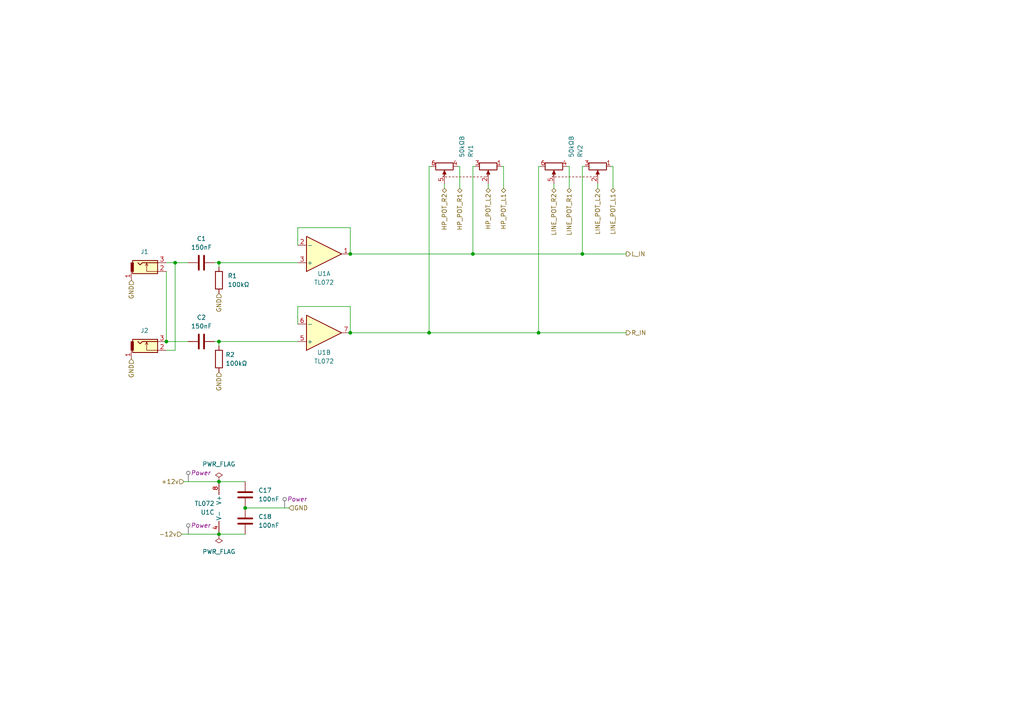
<source format=kicad_sch>
(kicad_sch (version 20231120) (generator "eeschema") (generator_version "8.0")
  (paper "A4")
  (title_block (title "Output") (date "2024-03-18") (rev "v1.1") (company "Free Modular"))
  (lib_symbols
    (symbol "Amplifier_Operational:TL072" (pin_names (offset 0.127))
      (property "Reference" "U" (at 0 5.08 0))
      (property "Value" "TL072" (at 0 -5.08 0))
      (symbol "TL072_1_1"
        (polyline (pts (xy -5.08 5.08) (xy 5.08 0) (xy -5.08 -5.08) (xy -5.08 5.08)) (stroke (width 0.254)) (fill (type background)))
        (pin output line (at 7.62 0 180) (length 2.54) (name "~") (number "1"))
        (pin input line (at -7.62 -2.54 0) (length 2.54) (name "-") (number "2"))
        (pin input line (at -7.62 2.54 0) (length 2.54) (name "+") (number "3"))
      )
      (symbol "TL072_2_1"
        (polyline (pts (xy -5.08 5.08) (xy 5.08 0) (xy -5.08 -5.08) (xy -5.08 5.08)) (stroke (width 0.254)) (fill (type background)))
        (pin input line (at -7.62 2.54 0) (length 2.54) (name "+") (number "5"))
        (pin input line (at -7.62 -2.54 0) (length 2.54) (name "-") (number "6"))
        (pin output line (at 7.62 0 180) (length 2.54) (name "~") (number "7"))
      )
      (symbol "TL072_3_1"
        (pin power_in line (at -2.54 -7.62 90) (length 3.81) (name "V-") (number "4"))
        (pin power_in line (at -2.54 7.62 270) (length 3.81) (name "V+") (number "8"))
      )
    )
    (symbol "Device:C" (pin_numbers hide) (pin_names (offset 0.254))
      (property "Reference" "C" (at 0.635 2.54 0))
      (property "Value" "C" (at 0.635 -2.54 0))
      (symbol "C_0_1"
        (polyline (pts (xy -2.032 -0.762) (xy 2.032 -0.762)) (stroke (width 0.508)))
        (polyline (pts (xy -2.032 0.762) (xy 2.032 0.762)) (stroke (width 0.508)))
      )
      (symbol "C_1_1"
        (pin passive line (at 0 3.81 270) (length 2.794) (name "~") (number "1"))
        (pin passive line (at 0 -3.81 90) (length 2.794) (name "~") (number "2"))
      )
    )
    (symbol "Device:R" (pin_numbers hide) (pin_names (offset 0))
      (property "Reference" "R" (at 2.032 0 90))
      (property "Value" "R" (at 0 0 90))
      (symbol "R_0_1"
        (rectangle (start -1.016 -2.54) (end 1.016 2.54) (stroke (width 0.254)))
      )
      (symbol "R_1_1"
        (pin passive line (at 0 3.81 270) (length 1.27) (name "~") (number "1"))
        (pin passive line (at 0 -3.81 90) (length 1.27) (name "~") (number "2"))
      )
    )
    (symbol "Device:R_Potentiometer_Dual" (pin_names (offset 1.016) hide)
      (property "Reference" "RV" (at 0 3.81 0))
      (property "Value" "R_Potentiometer_Dual" (at 0 1.905 0))
      (symbol "R_Potentiometer_Dual_0_1"
        (rectangle (start -8.89 -1.524) (end -3.81 -3.556) (stroke (width 0.254)))
        (polyline (pts (xy -6.35 0) (xy -6.35 -1.016)))
        (polyline (pts (xy -6.35 0) (xy -6.35 -1.016)))
        (polyline (pts (xy -6.35 0) (xy -5.842 0.508)))
        (polyline (pts (xy -5.588 0.508) (xy -5.08 0.508)))
        (polyline (pts (xy -4.572 0.508) (xy -4.064 0.508)))
        (polyline (pts (xy -3.556 0.508) (xy -3.048 0.508)))
        (polyline (pts (xy -2.54 0.508) (xy -2.032 0.508)))
        (polyline (pts (xy -1.524 0.508) (xy -1.016 0.508)))
        (polyline (pts (xy -0.508 0.508) (xy 0 0.508)))
        (polyline (pts (xy 0.508 0.508) (xy 1.016 0.508)))
        (polyline (pts (xy 1.524 0.508) (xy 2.032 0.508)))
        (polyline (pts (xy 2.54 0.508) (xy 3.048 0.508)))
        (polyline (pts (xy 3.556 0.508) (xy 4.064 0.508)))
        (polyline (pts (xy 4.572 0.508) (xy 5.08 0.508)))
        (polyline (pts (xy 5.588 0.508) (xy 6.096 0.508)))
        (polyline (pts (xy 6.35 0) (xy 6.35 -1.016)))
        (polyline (pts (xy 6.35 0) (xy 6.35 -1.016)))
        (polyline (pts (xy 6.604 0.508) (xy 6.858 0.508) (xy 6.35 0)))
        (polyline (pts (xy -6.35 -1.397) (xy -6.858 -0.254) (xy -5.842 -0.254) (xy -6.35 -1.397)) (fill (type outline)))
        (polyline (pts (xy 6.35 -1.397) (xy 5.842 -0.254) (xy 6.858 -0.254) (xy 6.35 -1.397)) (fill (type outline)))
        (rectangle (start 3.81 -1.524) (end 8.89 -3.556) (stroke (width 0.254)))
      )
      (symbol "R_Potentiometer_Dual_1_1"
        (pin passive line (at -10.16 -2.54 0) (length 1.27) (name "1") (number "1"))
        (pin passive line (at -6.35 2.54 270) (length 2.54) (name "2") (number "2"))
        (pin passive line (at -2.54 -2.54 180) (length 1.27) (name "3") (number "3"))
        (pin passive line (at 2.54 -2.54 0) (length 1.27) (name "4") (number "4"))
        (pin passive line (at 6.35 2.54 270) (length 2.54) (name "5") (number "5"))
        (pin passive line (at 10.16 -2.54 180) (length 1.27) (name "6") (number "6"))
      )
    )
    (symbol "FreeModular:THONKICONN" (pin_names (offset 1.016))
      (property "Reference" "J" (at -1.27 4.445 0))
      (symbol "THONKICONN_0_1"
        (rectangle (start -4.699 3.175) (end 2.54 -0.635) (stroke (width 0.254)) (fill (type background)))
        (rectangle (start -4.445 0) (end -5.207 2.54) (fill (type outline)))
        (polyline (pts (xy -0.635 2.413) (xy -0.254 1.651)))
        (polyline (pts (xy 2.54 0) (xy -0.635 0) (xy -0.635 2.413) (xy -1.016 1.651)))
        (polyline (pts (xy 2.54 2.54) (xy -1.905 2.54) (xy -2.54 1.905) (xy -3.175 2.54)) (stroke (width 0.254)))
      )
      (symbol "THONKICONN_1_1"
        (pin passive line (at -5.08 -2.54 90) (length 2.54) (name "~") (number "1"))
        (pin passive line (at 5.08 0 180) (length 2.54) (name "~") (number "2"))
        (pin passive line (at 5.08 2.54 180) (length 2.54) (name "~") (number "3"))
      )
    )
    (symbol "power:PWR_FLAG" (power) (pin_numbers hide) (pin_names (offset 0) hide)
      (property "Value" "PWR_FLAG" (at 0 3.81 0))
      (symbol "PWR_FLAG_0_0"
        (pin power_out line (at 0 0 90) (length 0) (name "pwr") (number "1"))
      )
      (symbol "PWR_FLAG_0_1"
        (polyline (pts (xy 0 0) (xy 0 1.27) (xy -1.016 1.905) (xy 0 2.54) (xy 1.016 1.905) (xy 0 1.27)))
      )
    )
  )
  (junction (at 101.6 73.66))
  (junction (at 50.8 76.2))
  (junction (at 48.26 99.06))
  (junction (at 101.6 96.52))
  (junction (at 63.5 154.94))
  (junction (at 63.5 99.06))
  (junction (at 63.5 76.2))
  (junction (at 63.5 139.7))
  (junction (at 124.46 96.52))
  (junction (at 156.21 96.52))
  (junction (at 168.91 73.66))
  (junction (at 71.12 147.32))
  (junction (at 137.16 73.66))
  (wire (pts (xy 48.26 78.74) (xy 48.26 99.06)))
  (wire (pts (xy 63.5 76.2) (xy 86.36 76.2)))
  (wire (pts (xy 133.35 54.61) (xy 133.35 48.26)))
  (wire (pts (xy 168.91 48.26) (xy 168.91 73.66)))
  (wire (pts (xy 101.6 88.9) (xy 101.6 96.52)))
  (wire (pts (xy 156.845 48.26) (xy 156.21 48.26)))
  (wire (pts (xy 133.35 48.26) (xy 132.715 48.26)))
  (wire (pts (xy 48.26 99.06) (xy 54.61 99.06)))
  (wire (pts (xy 124.46 48.26) (xy 124.46 96.52)))
  (wire (pts (xy 165.1 54.61) (xy 165.1 48.26)))
  (wire (pts (xy 86.36 88.9) (xy 101.6 88.9)))
  (wire (pts (xy 141.605 53.34) (xy 141.605 54.61)))
  (wire (pts (xy 63.5 99.06) (xy 86.36 99.06)))
  (wire (pts (xy 63.5 99.06) (xy 62.23 99.06)))
  (wire (pts (xy 63.5 76.2) (xy 62.23 76.2)))
  (wire (pts (xy 86.36 66.04) (xy 101.6 66.04)))
  (wire (pts (xy 101.6 96.52) (xy 124.46 96.52)))
  (wire (pts (xy 146.05 48.26) (xy 145.415 48.26)))
  (wire (pts (xy 177.8 54.61) (xy 177.8 48.26)))
  (wire (pts (xy 63.5 77.47) (xy 63.5 76.2)))
  (wire (pts (xy 156.21 96.52) (xy 181.61 96.52)))
  (wire (pts (xy 137.16 48.26) (xy 137.16 73.66)))
  (wire (pts (xy 86.36 66.04) (xy 86.36 71.12)))
  (wire (pts (xy 86.36 88.9) (xy 86.36 93.98)))
  (wire (pts (xy 52.705 154.94) (xy 63.5 154.94)))
  (wire (pts (xy 168.91 73.66) (xy 181.61 73.66)))
  (wire (pts (xy 137.795 48.26) (xy 137.16 48.26)))
  (wire (pts (xy 63.5 154.94) (xy 71.12 154.94)))
  (wire (pts (xy 137.16 73.66) (xy 168.91 73.66)))
  (wire (pts (xy 125.095 48.26) (xy 124.46 48.26)))
  (wire (pts (xy 63.5 100.33) (xy 63.5 99.06)))
  (wire (pts (xy 50.8 101.6) (xy 50.8 76.2)))
  (wire (pts (xy 128.905 53.34) (xy 128.905 54.61)))
  (wire (pts (xy 146.05 54.61) (xy 146.05 48.26)))
  (wire (pts (xy 101.6 66.04) (xy 101.6 73.66)))
  (wire (pts (xy 71.12 147.32) (xy 83.82 147.32)))
  (wire (pts (xy 50.8 76.2) (xy 48.26 76.2)))
  (wire (pts (xy 177.8 48.26) (xy 177.165 48.26)))
  (wire (pts (xy 63.5 139.7) (xy 71.12 139.7)))
  (wire (pts (xy 50.8 76.2) (xy 54.61 76.2)))
  (wire (pts (xy 53.34 139.7) (xy 63.5 139.7)))
  (wire (pts (xy 165.1 48.26) (xy 164.465 48.26)))
  (wire (pts (xy 124.46 96.52) (xy 156.21 96.52)))
  (wire (pts (xy 48.26 101.6) (xy 50.8 101.6)))
  (wire (pts (xy 101.6 73.66) (xy 137.16 73.66)))
  (wire (pts (xy 160.655 53.34) (xy 160.655 54.61)))
  (wire (pts (xy 169.545 48.26) (xy 168.91 48.26)))
  (wire (pts (xy 173.355 53.34) (xy 173.355 54.61)))
  (wire (pts (xy 156.21 48.26) (xy 156.21 96.52)))
  (hierarchical_label "R_IN" (shape output) (at 181.61 96.52 0))
  (hierarchical_label "LINE_POT_R1" (shape bidirectional) (at 165.1 54.61 270))
  (hierarchical_label "GND" (shape input) (at 83.82 147.32 0))
  (hierarchical_label "GND" (shape input) (at 38.1 81.28 270))
  (hierarchical_label "-12v" (shape input) (at 52.705 154.94 180))
  (hierarchical_label "LINE_POT_L2" (shape bidirectional) (at 173.355 54.61 270))
  (hierarchical_label "HP_POT_R1" (shape bidirectional) (at 133.35 54.61 270))
  (hierarchical_label "LINE_POT_R2" (shape bidirectional) (at 160.655 54.61 270))
  (hierarchical_label "HP_POT_R2" (shape bidirectional) (at 128.905 54.61 270))
  (hierarchical_label "HP_POT_L1" (shape bidirectional) (at 146.05 54.61 270))
  (hierarchical_label "+12v" (shape input) (at 53.34 139.7 180))
  (hierarchical_label "GND" (shape input) (at 63.5 85.09 270))
  (hierarchical_label "GND" (shape input) (at 63.5 107.95 270))
  (hierarchical_label "L_IN" (shape output) (at 181.61 73.66 0))
  (hierarchical_label "LINE_POT_L1" (shape bidirectional) (at 177.8 54.61 270))
  (hierarchical_label "GND" (shape input) (at 38.1 104.14 270))
  (hierarchical_label "HP_POT_L2" (shape bidirectional) (at 141.605 54.61 270))
  (netclass_flag "" (length 2.54) (shape round) (at 54.61 154.94 0) (property "Netclass" "Power" (at 55.3085 152.4 0) (effects (font (italic yes)) (justify left))))
  (netclass_flag "" (length 2.54) (shape round) (at 54.61 139.7 0) (property "Netclass" "Power" (at 55.3085 137.16 0) (effects (font (italic yes)) (justify left))))
  (netclass_flag "" (length 2.54) (shape round) (at 82.55 147.32 0) (property "Netclass" "Power" (at 83.2485 144.78 0) (effects (font (italic yes)) (justify left))))
  (symbol (lib_id "FreeModular:THONKICONN") (at 43.18 78.74 0) (unit 1)
    (property "Reference" "J1" (at 41.91 73.025 0))
    (property "Value" "THONKICONN" (effects (hide yes)))
    (property "Footprint" "FreeModualr:THONKICONN" (effects (hide yes)))
  )
  (symbol (lib_id "Device:C") (at 58.42 76.2 90) (unit 1)
    (property "Reference" "C1" (at 58.42 69.215 90))
    (property "Value" "150nF" (at 58.42 71.755 90))
    (property "Footprint" "Capacitor_THT:C_Disc_D4.7mm_W2.5mm_P5.00mm" (effects (hide yes)))
  )
  (symbol (lib_id "Amplifier_Operational:TL072") (at 66.04 147.32 0) (unit 3)
    (property "Reference" "U1" (at 62.23 148.59 0) (effects (justify right)))
    (property "Value" "TL072" (at 62.23 146.05 0) (effects (justify right)))
    (property "Footprint" "Package_DIP:DIP-8_W7.62mm" (effects (hide yes)))
    (property "Datasheet" "http://www.ti.com/lit/ds/symlink/tl071.pdf" (effects (hide yes)))
  )
  (symbol (lib_id "Device:R") (at 63.5 81.28 0) (unit 1)
    (property "Reference" "R1" (at 66.04 80.01 0) (effects (justify left)))
    (property "Value" "100kΩ" (at 66.04 82.55 0) (effects (justify left)))
    (property "Footprint" "Resistor_THT:R_Axial_DIN0207_L6.3mm_D2.5mm_P10.16mm_Horizontal" (effects (hide yes)))
  )
  (symbol (lib_id "Amplifier_Operational:TL072") (at 93.98 96.52 0) (mirror x) (unit 2)
    (property "Reference" "U1" (at 93.98 102.235 0))
    (property "Value" "TL072" (at 93.98 104.775 0))
    (property "Footprint" "Package_DIP:DIP-8_W7.62mm" (effects (hide yes)))
    (property "Datasheet" "http://www.ti.com/lit/ds/symlink/tl071.pdf" (effects (hide yes)))
  )
  (symbol (lib_id "Device:C") (at 71.12 151.13 0) (unit 1)
    (property "Reference" "C18" (at 74.93 149.86 0) (effects (justify left)))
    (property "Value" "100nF" (at 74.93 152.4 0) (effects (justify left)))
    (property "Footprint" "Capacitor_THT:C_Disc_D4.7mm_W2.5mm_P5.00mm" (effects (hide yes)))
  )
  (symbol (lib_id "Device:R") (at 63.5 104.14 0) (unit 1)
    (property "Reference" "R2" (at 65.405 102.87 0) (effects (justify left)))
    (property "Value" "100kΩ" (at 65.405 105.41 0) (effects (justify left)))
    (property "Footprint" "Resistor_THT:R_Axial_DIN0207_L6.3mm_D2.5mm_P10.16mm_Horizontal" (effects (hide yes)))
  )
  (symbol (lib_id "Device:R_Potentiometer_Dual") (at 167.005 50.8 180) (unit 1)
    (property "Reference" "RV2" (at 168.275 45.72 90) (effects (justify right)))
    (property "Value" "50kΩB" (at 165.735 45.72 90) (effects (justify right)))
    (property "Footprint" "Potentiometer_THT:Potentiometer_Alpha_RD902F-40-00D_Dual_Vertical" (effects (hide yes)))
  )
  (symbol (lib_id "Device:R_Potentiometer_Dual") (at 135.255 50.8 180) (unit 1)
    (property "Reference" "RV1" (at 136.525 45.72 90) (effects (justify right)))
    (property "Value" "50kΩB" (at 133.985 45.72 90) (effects (justify right)))
    (property "Footprint" "Potentiometer_THT:Potentiometer_Alpha_RD902F-40-00D_Dual_Vertical" (effects (hide yes)))
  )
  (symbol (lib_id "Device:C") (at 58.42 99.06 90) (unit 1)
    (property "Reference" "C2" (at 58.42 92.075 90))
    (property "Value" "150nF" (at 58.42 94.615 90))
    (property "Footprint" "Capacitor_THT:C_Disc_D4.7mm_W2.5mm_P5.00mm" (effects (hide yes)))
  )
  (symbol (lib_id "FreeModular:THONKICONN") (at 43.18 101.6 0) (unit 1)
    (property "Reference" "J2" (at 41.91 95.885 0))
    (property "Value" "THONKICONN" (effects (hide yes)))
    (property "Footprint" "FreeModualr:THONKICONN" (effects (hide yes)))
  )
  (symbol (lib_id "power:PWR_FLAG") (at 63.5 139.7 0) (unit 1)
    (property "Reference" "#FLG04" (effects (hide yes)))
    (property "Value" "PWR_FLAG" (at 63.5 134.62 0))
  )
  (symbol (lib_id "Amplifier_Operational:TL072") (at 93.98 73.66 0) (mirror x) (unit 1)
    (property "Reference" "U1" (at 93.98 79.375 0))
    (property "Value" "TL072" (at 93.98 81.915 0))
    (property "Footprint" "Package_DIP:DIP-8_W7.62mm" (effects (hide yes)))
    (property "Datasheet" "http://www.ti.com/lit/ds/symlink/tl071.pdf" (effects (hide yes)))
  )
  (symbol (lib_id "power:PWR_FLAG") (at 63.5 154.94 0) (mirror x) (unit 1)
    (property "Reference" "#FLG03" (effects (hide yes)))
    (property "Value" "PWR_FLAG" (at 63.5 160.02 0))
  )
  (symbol (lib_id "Device:C") (at 71.12 143.51 0) (unit 1)
    (property "Reference" "C17" (at 74.93 142.24 0) (effects (justify left)))
    (property "Value" "100nF" (at 74.93 144.78 0) (effects (justify left)))
    (property "Footprint" "Capacitor_THT:C_Disc_D4.7mm_W2.5mm_P5.00mm" (effects (hide yes)))
  )
)
</source>
